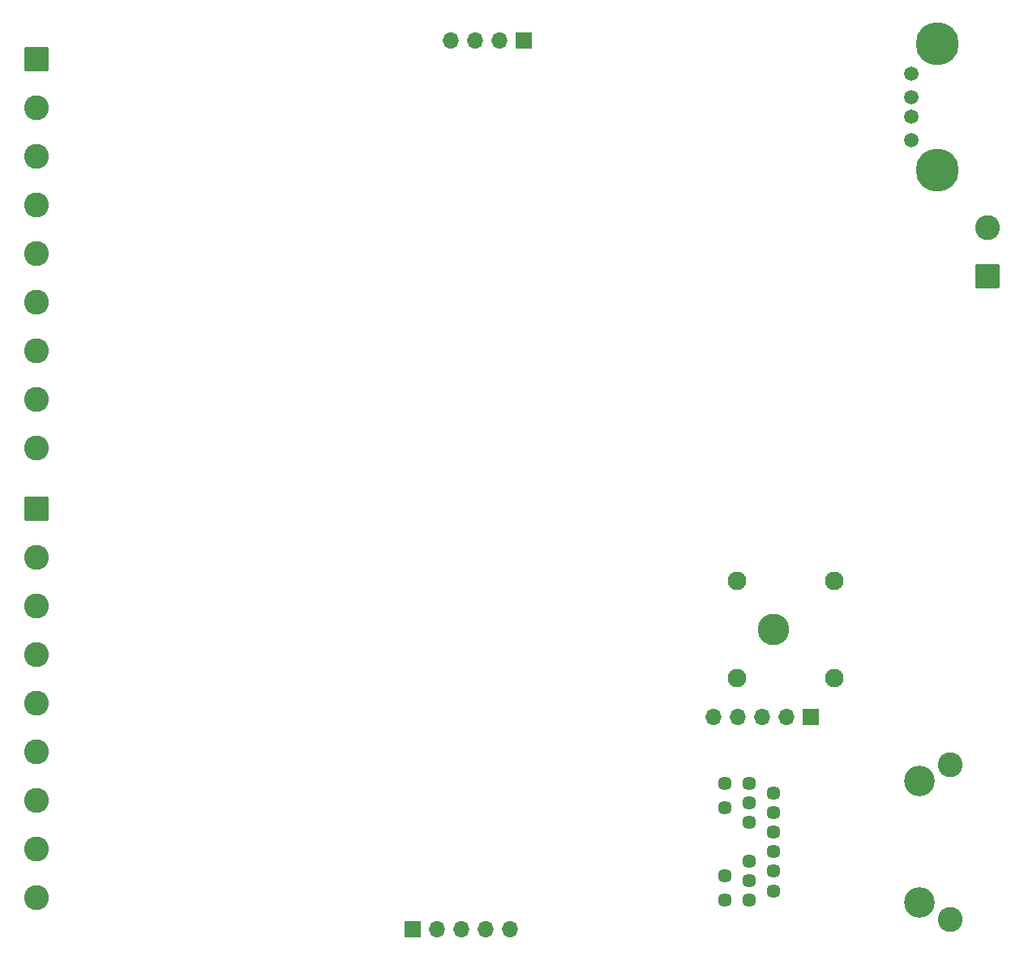
<source format=gbr>
%TF.GenerationSoftware,KiCad,Pcbnew,9.0.0*%
%TF.CreationDate,2025-06-18T17:59:25+02:00*%
%TF.ProjectId,Nanopipets,4e616e6f-7069-4706-9574-732e6b696361,rev?*%
%TF.SameCoordinates,Original*%
%TF.FileFunction,Soldermask,Bot*%
%TF.FilePolarity,Negative*%
%FSLAX46Y46*%
G04 Gerber Fmt 4.6, Leading zero omitted, Abs format (unit mm)*
G04 Created by KiCad (PCBNEW 9.0.0) date 2025-06-18 17:59:25*
%MOMM*%
%LPD*%
G01*
G04 APERTURE LIST*
G04 Aperture macros list*
%AMRoundRect*
0 Rectangle with rounded corners*
0 $1 Rounding radius*
0 $2 $3 $4 $5 $6 $7 $8 $9 X,Y pos of 4 corners*
0 Add a 4 corners polygon primitive as box body*
4,1,4,$2,$3,$4,$5,$6,$7,$8,$9,$2,$3,0*
0 Add four circle primitives for the rounded corners*
1,1,$1+$1,$2,$3*
1,1,$1+$1,$4,$5*
1,1,$1+$1,$6,$7*
1,1,$1+$1,$8,$9*
0 Add four rect primitives between the rounded corners*
20,1,$1+$1,$2,$3,$4,$5,0*
20,1,$1+$1,$4,$5,$6,$7,0*
20,1,$1+$1,$6,$7,$8,$9,0*
20,1,$1+$1,$8,$9,$2,$3,0*%
G04 Aperture macros list end*
%ADD10R,1.700000X1.700000*%
%ADD11O,1.700000X1.700000*%
%ADD12RoundRect,0.250000X-1.050000X1.050000X-1.050000X-1.050000X1.050000X-1.050000X1.050000X1.050000X0*%
%ADD13C,2.600000*%
%ADD14C,3.200000*%
%ADD15C,1.446000*%
%ADD16RoundRect,0.250000X1.050000X-1.050000X1.050000X1.050000X-1.050000X1.050000X-1.050000X-1.050000X0*%
%ADD17C,1.500000*%
%ADD18C,4.500000*%
%ADD19C,1.950000*%
%ADD20C,3.300000*%
G04 APERTURE END LIST*
D10*
%TO.C,J3*%
X43720000Y-92970000D03*
D11*
X46260000Y-92970000D03*
X48799999Y-92970000D03*
X51340000Y-92970000D03*
X53880000Y-92970000D03*
%TD*%
D12*
%TO.C,J5*%
X4500000Y-49070000D03*
D13*
X4500000Y-54150000D03*
X4500000Y-59230000D03*
X4500000Y-64310000D03*
X4500000Y-69390000D03*
X4500000Y-74470000D03*
X4500000Y-79550000D03*
X4500000Y-84630000D03*
X4500000Y-89710000D03*
%TD*%
D14*
%TO.C,T1*%
X96695000Y-90225000D03*
X96695000Y-77525000D03*
D15*
X81455000Y-78775000D03*
X81455000Y-80815000D03*
X81455000Y-82855000D03*
X81455000Y-84895000D03*
X81455000Y-86935000D03*
X81455000Y-88975000D03*
X78915000Y-77775000D03*
X78915000Y-79795000D03*
X78915000Y-81835000D03*
X78915000Y-85915000D03*
X78915000Y-87955000D03*
X78915000Y-89960000D03*
X76375000Y-77785000D03*
X76375000Y-80325000D03*
X76375000Y-87425000D03*
X76375000Y-89965000D03*
D13*
X99875000Y-75810000D03*
X99875000Y-91940000D03*
%TD*%
D16*
%TO.C,J7*%
X103741318Y-24760589D03*
D13*
X103741318Y-19680589D03*
%TD*%
D12*
%TO.C,J4*%
X4500000Y-2100000D03*
D13*
X4500000Y-7180000D03*
X4500000Y-12260000D03*
X4500000Y-17340000D03*
X4500000Y-22420000D03*
X4500000Y-27500000D03*
X4500000Y-32580000D03*
X4500000Y-37660000D03*
X4500000Y-42740000D03*
%TD*%
D17*
%TO.C,J2*%
X95841318Y-10560589D03*
X95841318Y-8060589D03*
X95841318Y-6060589D03*
X95841318Y-3560589D03*
D18*
X98551318Y-13630589D03*
X98551318Y-490589D03*
%TD*%
D19*
%TO.C,J6*%
X77625000Y-56545000D03*
X77625000Y-66705000D03*
X87785000Y-66705000D03*
X87785000Y-56545000D03*
D20*
X81425000Y-61625000D03*
%TD*%
D10*
%TO.C,J8*%
X55350000Y-100000D03*
D11*
X52810000Y-100000D03*
X50270001Y-100000D03*
X47730000Y-100000D03*
%TD*%
D10*
%TO.C,J1*%
X85310000Y-70831392D03*
D11*
X82770000Y-70831392D03*
X80230000Y-70831392D03*
X77690000Y-70831392D03*
X75150000Y-70831392D03*
%TD*%
M02*

</source>
